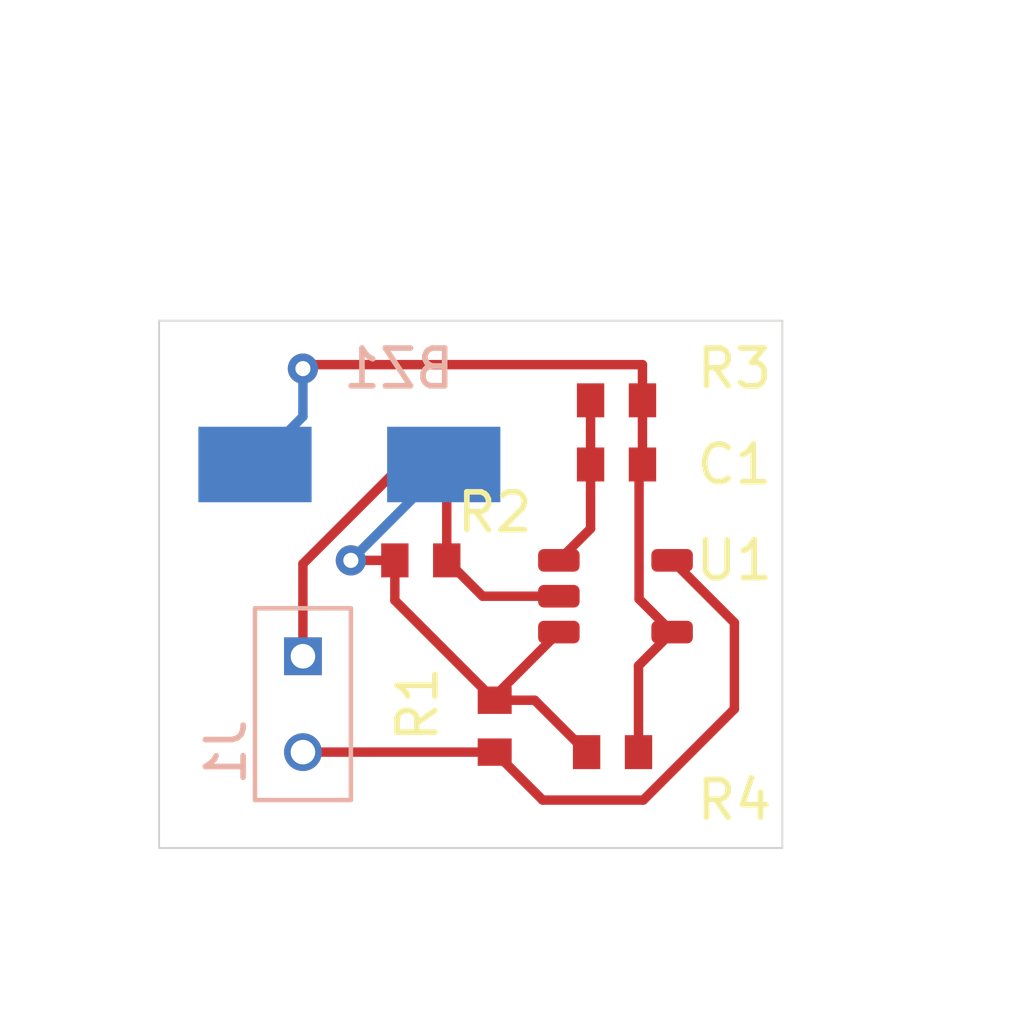
<source format=kicad_pcb>
(kicad_pcb (version 20171130) (host pcbnew 5.1.10)

  (general
    (thickness 1.6)
    (drawings 5)
    (tracks 38)
    (zones 0)
    (modules 8)
    (nets 6)
  )

  (page A4)
  (layers
    (0 F.Cu signal)
    (31 B.Cu signal)
    (32 B.Adhes user)
    (33 F.Adhes user)
    (34 B.Paste user)
    (35 F.Paste user)
    (36 B.SilkS user)
    (37 F.SilkS user)
    (38 B.Mask user)
    (39 F.Mask user)
    (40 Dwgs.User user)
    (41 Cmts.User user)
    (42 Eco1.User user)
    (43 Eco2.User user)
    (44 Edge.Cuts user)
    (45 Margin user)
    (46 B.CrtYd user hide)
    (47 F.CrtYd user hide)
    (48 B.Fab user hide)
    (49 F.Fab user hide)
  )

  (setup
    (last_trace_width 0.25)
    (trace_clearance 0.2)
    (zone_clearance 0.508)
    (zone_45_only no)
    (trace_min 0.2)
    (via_size 0.8)
    (via_drill 0.4)
    (via_min_size 0.4)
    (via_min_drill 0.3)
    (uvia_size 0.3)
    (uvia_drill 0.1)
    (uvias_allowed no)
    (uvia_min_size 0.2)
    (uvia_min_drill 0.1)
    (edge_width 0.05)
    (segment_width 0.2)
    (pcb_text_width 0.3)
    (pcb_text_size 1.5 1.5)
    (mod_edge_width 0.12)
    (mod_text_size 1 1)
    (mod_text_width 0.15)
    (pad_size 1.524 1.524)
    (pad_drill 0.762)
    (pad_to_mask_clearance 0)
    (aux_axis_origin 0 0)
    (visible_elements FFFFFF7F)
    (pcbplotparams
      (layerselection 0x010fc_ffffffff)
      (usegerberextensions false)
      (usegerberattributes true)
      (usegerberadvancedattributes true)
      (creategerberjobfile true)
      (excludeedgelayer true)
      (linewidth 0.100000)
      (plotframeref false)
      (viasonmask false)
      (mode 1)
      (useauxorigin false)
      (hpglpennumber 1)
      (hpglpenspeed 20)
      (hpglpendiameter 15.000000)
      (psnegative false)
      (psa4output false)
      (plotreference true)
      (plotvalue true)
      (plotinvisibletext false)
      (padsonsilk false)
      (subtractmaskfromsilk false)
      (outputformat 1)
      (mirror false)
      (drillshape 0)
      (scaleselection 1)
      (outputdirectory "gerbel_output/"))
  )

  (net 0 "")
  (net 1 "Net-(BZ1-Pad2)")
  (net 2 "Net-(BZ1-Pad1)")
  (net 3 "Net-(C1-Pad2)")
  (net 4 +5V)
  (net 5 GND)

  (net_class Default "This is the default net class."
    (clearance 0.2)
    (trace_width 0.25)
    (via_dia 0.8)
    (via_drill 0.4)
    (uvia_dia 0.3)
    (uvia_drill 0.1)
    (add_net +5V)
    (add_net GND)
    (add_net "Net-(BZ1-Pad1)")
    (add_net "Net-(BZ1-Pad2)")
    (add_net "Net-(C1-Pad2)")
  )

  (module exocam_charge_amp:TLV2271DBV (layer F.Cu) (tedit 60AC35F4) (tstamp 60AC4772)
    (at 66.47 55.88)
    (path /60B61039)
    (fp_text reference U1 (at 3.38 2.54) (layer F.SilkS)
      (effects (font (size 1 1) (thickness 0.15)))
    )
    (fp_text value TLV2771CDBVT (at 0 -0.5) (layer F.Fab)
      (effects (font (size 1 1) (thickness 0.15)))
    )
    (pad 4 smd roundrect (at 1.73 4.44) (size 1.1 0.6) (layers F.Cu F.Paste F.Mask) (roundrect_rratio 0.25)
      (net 2 "Net-(BZ1-Pad1)"))
    (pad 3 smd roundrect (at -1.27 4.44) (size 1.1 0.6) (layers F.Cu F.Paste F.Mask) (roundrect_rratio 0.25)
      (net 1 "Net-(BZ1-Pad2)"))
    (pad 2 smd roundrect (at -1.27 3.49) (size 1.1 0.6) (layers F.Cu F.Paste F.Mask) (roundrect_rratio 0.25)
      (net 5 GND))
    (pad 5 smd roundrect (at 1.73 2.54) (size 1.1 0.6) (layers F.Cu F.Paste F.Mask) (roundrect_rratio 0.25)
      (net 4 +5V))
    (pad 1 smd roundrect (at -1.27 2.54) (size 1.1 0.6) (layers F.Cu F.Paste F.Mask) (roundrect_rratio 0.25)
      (net 3 "Net-(C1-Pad2)"))
  )

  (module exocam_charge_amp:0603_R (layer F.Cu) (tedit 60AC3F9B) (tstamp 60AC4769)
    (at 67.205 60.96)
    (path /60AECA35)
    (fp_text reference R4 (at 2.645 3.81) (layer F.SilkS)
      (effects (font (size 1 1) (thickness 0.15)))
    )
    (fp_text value 1M (at 0 -0.5) (layer F.Fab)
      (effects (font (size 1 1) (thickness 0.15)))
    )
    (pad 2 smd rect (at 0.105 2.54) (size 0.725 0.9) (layers F.Cu F.Paste F.Mask)
      (net 2 "Net-(BZ1-Pad1)"))
    (pad 1 smd rect (at -1.27 2.54) (size 0.725 0.9) (layers F.Cu F.Paste F.Mask)
      (net 1 "Net-(BZ1-Pad2)"))
  )

  (module exocam_charge_amp:0603_R (layer F.Cu) (tedit 60AC3F9B) (tstamp 60AC4763)
    (at 66.145 56.72 180)
    (path /60ACB29B)
    (fp_text reference R3 (at -3.705 3.38) (layer F.SilkS)
      (effects (font (size 1 1) (thickness 0.15)))
    )
    (fp_text value 1M (at 0 -0.5) (layer F.Fab)
      (effects (font (size 1 1) (thickness 0.15)))
    )
    (pad 2 smd rect (at 0.105 2.54 180) (size 0.725 0.9) (layers F.Cu F.Paste F.Mask)
      (net 3 "Net-(C1-Pad2)"))
    (pad 1 smd rect (at -1.27 2.54 180) (size 0.725 0.9) (layers F.Cu F.Paste F.Mask)
      (net 2 "Net-(BZ1-Pad1)"))
  )

  (module exocam_charge_amp:0603_R (layer F.Cu) (tedit 60AC3F9B) (tstamp 60AC4BDC)
    (at 62.125 55.88)
    (path /60AC57F6)
    (fp_text reference R2 (at 1.375 1.27) (layer F.SilkS)
      (effects (font (size 1 1) (thickness 0.15)))
    )
    (fp_text value 1k (at 0 -0.5) (layer F.Fab)
      (effects (font (size 1 1) (thickness 0.15)))
    )
    (pad 2 smd rect (at 0.105 2.54) (size 0.725 0.9) (layers F.Cu F.Paste F.Mask)
      (net 5 GND))
    (pad 1 smd rect (at -1.27 2.54) (size 0.725 0.9) (layers F.Cu F.Paste F.Mask)
      (net 1 "Net-(BZ1-Pad2)"))
  )

  (module exocam_charge_amp:0603_R (layer F.Cu) (tedit 60AC3F9B) (tstamp 60AC4757)
    (at 60.96 62.23 90)
    (path /60AC52F9)
    (fp_text reference R1 (at 0 0.5 90) (layer F.SilkS)
      (effects (font (size 1 1) (thickness 0.15)))
    )
    (fp_text value 1k (at 0 -0.5 90) (layer F.Fab)
      (effects (font (size 1 1) (thickness 0.15)))
    )
    (pad 2 smd rect (at 0.105 2.54 90) (size 0.725 0.9) (layers F.Cu F.Paste F.Mask)
      (net 1 "Net-(BZ1-Pad2)"))
    (pad 1 smd rect (at -1.27 2.54 90) (size 0.725 0.9) (layers F.Cu F.Paste F.Mask)
      (net 4 +5V))
  )

  (module exocam_charge_amp:dupont2x1 (layer B.Cu) (tedit 60AC4566) (tstamp 60AC4751)
    (at 55.88 63.5 270)
    (path /60B80DC6)
    (fp_text reference J1 (at 0 -0.5 90) (layer B.SilkS)
      (effects (font (size 1 1) (thickness 0.15)) (justify mirror))
    )
    (fp_text value dupont2x1 (at 0 0.5 90) (layer B.Fab)
      (effects (font (size 1 1) (thickness 0.15)) (justify mirror))
    )
    (fp_line (start -3.81 -3.81) (end -3.81 -1.27) (layer B.SilkS) (width 0.12))
    (fp_line (start 1.27 -3.81) (end -3.81 -3.81) (layer B.SilkS) (width 0.12))
    (fp_line (start 1.27 -1.27) (end 1.27 -3.81) (layer B.SilkS) (width 0.12))
    (fp_line (start -3.81 -1.27) (end 1.27 -1.27) (layer B.SilkS) (width 0.12))
    (pad 2 thru_hole circle (at 0 -2.54 270) (size 1 1) (drill 0.65) (layers *.Cu *.Mask)
      (net 4 +5V))
    (pad 1 thru_hole rect (at -2.54 -2.54 270) (size 1 1) (drill 0.65) (layers *.Cu *.Mask)
      (net 5 GND))
  )

  (module exocam_charge_amp:0603_R (layer F.Cu) (tedit 60AC3F9B) (tstamp 60AC4747)
    (at 66.145 58.42 180)
    (path /60AC9C31)
    (fp_text reference C1 (at -3.705 2.54) (layer F.SilkS)
      (effects (font (size 1 1) (thickness 0.15)))
    )
    (fp_text value 5pF (at 0 -0.5) (layer F.Fab)
      (effects (font (size 1 1) (thickness 0.15)))
    )
    (pad 2 smd rect (at 0.105 2.54 180) (size 0.725 0.9) (layers F.Cu F.Paste F.Mask)
      (net 3 "Net-(C1-Pad2)"))
    (pad 1 smd rect (at -1.27 2.54 180) (size 0.725 0.9) (layers F.Cu F.Paste F.Mask)
      (net 2 "Net-(BZ1-Pad1)"))
  )

  (module exocam_charge_amp:piezo_buzzer (layer B.Cu) (tedit 60AC40D4) (tstamp 60AC4741)
    (at 59.69 58.42)
    (path /60AEB9E7)
    (fp_text reference BZ1 (at 1.27 -5.08) (layer B.SilkS)
      (effects (font (size 1 1) (thickness 0.15)) (justify mirror))
    )
    (fp_text value Buzzer (at 0 0.5) (layer B.Fab)
      (effects (font (size 1 1) (thickness 0.15)) (justify mirror))
    )
    (pad 2 smd rect (at 2.46 -2.54) (size 3 2) (layers B.Cu B.Paste B.Mask)
      (net 1 "Net-(BZ1-Pad2)"))
    (pad 1 smd rect (at -2.54 -2.54) (size 3 2) (layers B.Cu B.Paste B.Mask)
      (net 2 "Net-(BZ1-Pad1)"))
  )

  (gr_line (start 54.61 52.07) (end 71.12 52.07) (layer Edge.Cuts) (width 0.05) (tstamp 60AC4F60))
  (gr_line (start 54.61 66.04) (end 71.12 66.04) (layer Edge.Cuts) (width 0.05) (tstamp 60AC4F5F))
  (gr_line (start 71.12 66.04) (end 71.12 52.07) (layer Edge.Cuts) (width 0.05))
  (gr_line (start 54.61 66.04) (end 54.61 52.07) (layer Edge.Cuts) (width 0.05) (tstamp 60AC4F4E))
  (gr_circle (center 63.97 57.15) (end 77.47 57.15) (layer Dwgs.User) (width 0.15))

  (segment (start 63.5 62.02) (end 65.2 60.32) (width 0.25) (layer F.Cu) (net 1))
  (segment (start 63.5 62.125) (end 63.5 62.02) (width 0.25) (layer F.Cu) (net 1))
  (segment (start 64.56 62.125) (end 65.935 63.5) (width 0.25) (layer F.Cu) (net 1))
  (segment (start 63.5 62.125) (end 64.56 62.125) (width 0.25) (layer F.Cu) (net 1))
  (segment (start 60.855 59.48) (end 63.5 62.125) (width 0.25) (layer F.Cu) (net 1))
  (segment (start 60.855 58.42) (end 60.855 58.42) (width 0.25) (layer F.Cu) (net 1))
  (segment (start 60.855 58.42) (end 60.855 59.48) (width 0.25) (layer F.Cu) (net 1) (tstamp 60AC4BB5))
  (via (at 59.69 58.42) (size 0.8) (drill 0.4) (layers F.Cu B.Cu) (net 1))
  (segment (start 60.855 58.42) (end 59.69 58.42) (width 0.25) (layer F.Cu) (net 1))
  (segment (start 62.15 55.96) (end 62.15 55.88) (width 0.25) (layer B.Cu) (net 1))
  (segment (start 59.69 58.42) (end 62.15 55.96) (width 0.25) (layer B.Cu) (net 1))
  (via (at 58.42 53.34) (size 0.8) (drill 0.4) (layers F.Cu B.Cu) (net 2) (tstamp 60AC4E70))
  (segment (start 67.31 61.21) (end 68.2 60.32) (width 0.25) (layer F.Cu) (net 2))
  (segment (start 67.31 63.5) (end 67.31 61.21) (width 0.25) (layer F.Cu) (net 2))
  (segment (start 67.32499 59.44499) (end 68.2 60.32) (width 0.25) (layer F.Cu) (net 2))
  (segment (start 67.32499 55.97001) (end 67.32499 59.44499) (width 0.25) (layer F.Cu) (net 2))
  (segment (start 67.415 55.88) (end 67.32499 55.97001) (width 0.25) (layer F.Cu) (net 2))
  (segment (start 67.415 54.18) (end 67.415 55.88) (width 0.25) (layer F.Cu) (net 2))
  (segment (start 67.415 54.18) (end 67.415 53.235) (width 0.25) (layer F.Cu) (net 2))
  (segment (start 58.525 53.235) (end 58.42 53.34) (width 0.25) (layer F.Cu) (net 2))
  (segment (start 67.415 53.235) (end 58.525 53.235) (width 0.25) (layer F.Cu) (net 2))
  (segment (start 58.42 54.61) (end 57.15 55.88) (width 0.25) (layer B.Cu) (net 2))
  (segment (start 58.42 53.34) (end 58.42 54.61) (width 0.25) (layer B.Cu) (net 2))
  (segment (start 66.04 57.58) (end 65.2 58.42) (width 0.25) (layer F.Cu) (net 3))
  (segment (start 66.04 55.88) (end 66.04 57.58) (width 0.25) (layer F.Cu) (net 3))
  (segment (start 66.04 54.18) (end 66.04 55.88) (width 0.25) (layer F.Cu) (net 3))
  (segment (start 58.42 63.5) (end 63.5 63.5) (width 0.25) (layer F.Cu) (net 4))
  (segment (start 63.5 63.5) (end 64.77 64.77) (width 0.25) (layer F.Cu) (net 4))
  (segment (start 67.437502 64.77) (end 69.85 62.357502) (width 0.25) (layer F.Cu) (net 4))
  (segment (start 64.77 64.77) (end 67.437502 64.77) (width 0.25) (layer F.Cu) (net 4))
  (segment (start 69.85 60.07) (end 68.2 58.42) (width 0.25) (layer F.Cu) (net 4))
  (segment (start 69.85 62.357502) (end 69.85 60.07) (width 0.25) (layer F.Cu) (net 4))
  (segment (start 63.18 59.37) (end 65.2 59.37) (width 0.25) (layer F.Cu) (net 5))
  (segment (start 62.23 58.42) (end 63.18 59.37) (width 0.25) (layer F.Cu) (net 5))
  (segment (start 62.23 55.88) (end 62.23 58.42) (width 0.25) (layer F.Cu) (net 5))
  (segment (start 61.051998 55.88) (end 62.23 55.88) (width 0.25) (layer F.Cu) (net 5))
  (segment (start 58.42 58.511998) (end 61.051998 55.88) (width 0.25) (layer F.Cu) (net 5))
  (segment (start 58.42 60.96) (end 58.42 58.511998) (width 0.25) (layer F.Cu) (net 5))

)

</source>
